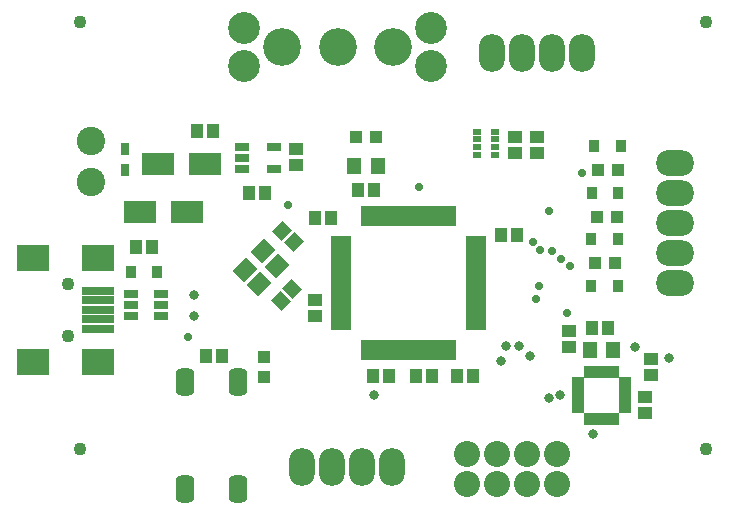
<source format=gts>
G04*
G04 #@! TF.GenerationSoftware,Altium Limited,Altium Designer,24.10.1 (45)*
G04*
G04 Layer_Color=8388736*
%FSLAX25Y25*%
%MOIN*%
G70*
G04*
G04 #@! TF.SameCoordinates,545B6B6C-97C6-4FAA-9EA4-23BCF6F6AA29*
G04*
G04*
G04 #@! TF.FilePolarity,Negative*
G04*
G01*
G75*
G04:AMPARAMS|DCode=38|XSize=63.12mil|YSize=90.68mil|CornerRadius=17.78mil|HoleSize=0mil|Usage=FLASHONLY|Rotation=0.000|XOffset=0mil|YOffset=0mil|HoleType=Round|Shape=RoundedRectangle|*
%AMROUNDEDRECTD38*
21,1,0.06312,0.05512,0,0,0.0*
21,1,0.02756,0.09068,0,0,0.0*
1,1,0.03556,0.01378,-0.02756*
1,1,0.03556,-0.01378,-0.02756*
1,1,0.03556,-0.01378,0.02756*
1,1,0.03556,0.01378,0.02756*
%
%ADD38ROUNDEDRECTD38*%
%ADD39R,0.10642X0.07493*%
%ADD40R,0.04737X0.04343*%
%ADD41R,0.03261X0.04068*%
%ADD42R,0.04343X0.04737*%
%ADD43R,0.04737X0.05524*%
%ADD44R,0.01981X0.06706*%
%ADD45R,0.06706X0.01981*%
%ADD46R,0.03950X0.04343*%
%ADD47R,0.02769X0.02178*%
%ADD48R,0.01902X0.03910*%
%ADD49R,0.03910X0.01902*%
%ADD50R,0.04343X0.03950*%
G04:AMPARAMS|DCode=51|XSize=47.37mil|YSize=43.43mil|CornerRadius=0mil|HoleSize=0mil|Usage=FLASHONLY|Rotation=45.000|XOffset=0mil|YOffset=0mil|HoleType=Round|Shape=Rectangle|*
%AMROTATEDRECTD51*
4,1,4,-0.00139,-0.03210,-0.03210,-0.00139,0.00139,0.03210,0.03210,0.00139,-0.00139,-0.03210,0.0*
%
%ADD51ROTATEDRECTD51*%

G04:AMPARAMS|DCode=52|XSize=55.24mil|YSize=63.12mil|CornerRadius=0mil|HoleSize=0mil|Usage=FLASHONLY|Rotation=315.000|XOffset=0mil|YOffset=0mil|HoleType=Round|Shape=Rectangle|*
%AMROTATEDRECTD52*
4,1,4,-0.04185,-0.00278,0.00278,0.04185,0.04185,0.00278,-0.00278,-0.04185,-0.04185,-0.00278,0.0*
%
%ADD52ROTATEDRECTD52*%

G04:AMPARAMS|DCode=53|XSize=47.37mil|YSize=43.43mil|CornerRadius=0mil|HoleSize=0mil|Usage=FLASHONLY|Rotation=135.000|XOffset=0mil|YOffset=0mil|HoleType=Round|Shape=Rectangle|*
%AMROTATEDRECTD53*
4,1,4,0.03210,-0.00139,0.00139,-0.03210,-0.03210,0.00139,-0.00139,0.03210,0.03210,-0.00139,0.0*
%
%ADD53ROTATEDRECTD53*%

%ADD54R,0.10642X0.02769*%
%ADD55R,0.10642X0.08674*%
%ADD56R,0.05118X0.02756*%
%ADD57R,0.04737X0.02965*%
%ADD58R,0.02769X0.03950*%
%ADD59O,0.08674X0.12611*%
%ADD60O,0.12611X0.08674*%
%ADD61C,0.08674*%
%ADD62C,0.12611*%
%ADD63C,0.10642*%
%ADD64C,0.04343*%
%ADD65C,0.04331*%
%ADD66C,0.09461*%
%ADD67C,0.03162*%
%ADD68C,0.02769*%
D38*
X80358Y9587D02*
D03*
X62642D02*
D03*
Y45413D02*
D03*
X80358D02*
D03*
D39*
X47500Y102000D02*
D03*
X63248D02*
D03*
X69374Y118000D02*
D03*
X53626D02*
D03*
D40*
X172500Y127157D02*
D03*
Y121843D02*
D03*
X190500Y62315D02*
D03*
Y57000D02*
D03*
X106000Y67343D02*
D03*
Y72658D02*
D03*
X180000Y127157D02*
D03*
Y121843D02*
D03*
X99500Y123158D02*
D03*
Y117842D02*
D03*
X216000Y35185D02*
D03*
Y40500D02*
D03*
X218000Y47842D02*
D03*
Y53158D02*
D03*
D41*
X53380Y82000D02*
D03*
X44620D02*
D03*
X199120Y124000D02*
D03*
X207880D02*
D03*
X198301Y108500D02*
D03*
X207061D02*
D03*
X198120Y93000D02*
D03*
X206880D02*
D03*
X198120Y77500D02*
D03*
X206880D02*
D03*
D42*
X51657Y90500D02*
D03*
X46343D02*
D03*
X130657Y47500D02*
D03*
X125343D02*
D03*
X111158Y100000D02*
D03*
X105842D02*
D03*
X167842Y94500D02*
D03*
X173158D02*
D03*
X120343Y109500D02*
D03*
X125657D02*
D03*
X139685Y47500D02*
D03*
X145000D02*
D03*
X158658D02*
D03*
X153342D02*
D03*
X75000Y54000D02*
D03*
X69685D02*
D03*
X72000Y129000D02*
D03*
X66685D02*
D03*
X203658Y63500D02*
D03*
X198343D02*
D03*
X89157Y108500D02*
D03*
X83842D02*
D03*
D43*
X119063Y117500D02*
D03*
X126937D02*
D03*
X205437Y56000D02*
D03*
X197563D02*
D03*
D44*
X122315Y100882D02*
D03*
X124284D02*
D03*
X126252D02*
D03*
X128220D02*
D03*
X130189D02*
D03*
X132158D02*
D03*
X134126D02*
D03*
X136094D02*
D03*
X138063D02*
D03*
X140032D02*
D03*
X142000D02*
D03*
X143968D02*
D03*
X145937D02*
D03*
X147906D02*
D03*
X149874D02*
D03*
X151842D02*
D03*
Y56000D02*
D03*
X149874D02*
D03*
X147906D02*
D03*
X145937D02*
D03*
X143968D02*
D03*
X142000D02*
D03*
X140032D02*
D03*
X138063D02*
D03*
X136094D02*
D03*
X134126D02*
D03*
X132158D02*
D03*
X130189D02*
D03*
X128220D02*
D03*
X126252D02*
D03*
X124284D02*
D03*
X122315D02*
D03*
D45*
X159520Y93205D02*
D03*
Y91236D02*
D03*
Y89268D02*
D03*
Y87299D02*
D03*
Y85331D02*
D03*
Y83362D02*
D03*
Y81394D02*
D03*
Y79425D02*
D03*
Y77457D02*
D03*
Y75488D02*
D03*
Y73520D02*
D03*
Y71551D02*
D03*
Y69583D02*
D03*
Y67614D02*
D03*
Y65646D02*
D03*
Y63677D02*
D03*
X114638D02*
D03*
Y65646D02*
D03*
Y67614D02*
D03*
Y69583D02*
D03*
Y71551D02*
D03*
Y73520D02*
D03*
Y75488D02*
D03*
Y77457D02*
D03*
Y79425D02*
D03*
Y81394D02*
D03*
Y83362D02*
D03*
Y85331D02*
D03*
Y87299D02*
D03*
Y89268D02*
D03*
Y91236D02*
D03*
Y93205D02*
D03*
D46*
X89000Y53847D02*
D03*
Y47153D02*
D03*
D47*
X159850Y123721D02*
D03*
X166150D02*
D03*
X159850Y126279D02*
D03*
X166150D02*
D03*
Y121161D02*
D03*
X159850D02*
D03*
Y128839D02*
D03*
X166150D02*
D03*
D48*
X196579Y33244D02*
D03*
X198547D02*
D03*
X200516D02*
D03*
X202484D02*
D03*
X204453D02*
D03*
X206421D02*
D03*
Y48756D02*
D03*
X204453D02*
D03*
X202484D02*
D03*
X200516D02*
D03*
X198547D02*
D03*
X196579D02*
D03*
D49*
X209256Y36079D02*
D03*
Y38047D02*
D03*
Y40016D02*
D03*
Y41984D02*
D03*
Y43953D02*
D03*
Y45921D02*
D03*
X193744D02*
D03*
Y43953D02*
D03*
Y41984D02*
D03*
Y40016D02*
D03*
Y38047D02*
D03*
Y36079D02*
D03*
D50*
X200335Y116000D02*
D03*
X207028D02*
D03*
X199835Y100500D02*
D03*
X206528D02*
D03*
X199335Y85000D02*
D03*
X206028D02*
D03*
X126347Y127000D02*
D03*
X119653D02*
D03*
D51*
X98879Y92121D02*
D03*
X95121Y95879D02*
D03*
D52*
X87304Y78071D02*
D03*
X82571Y82804D02*
D03*
X93429Y84196D02*
D03*
X88696Y88929D02*
D03*
D53*
X98258Y76258D02*
D03*
X94500Y72500D02*
D03*
D54*
X33756Y66350D02*
D03*
Y72650D02*
D03*
Y69500D02*
D03*
Y63201D02*
D03*
Y75799D02*
D03*
D55*
Y52177D02*
D03*
Y86823D02*
D03*
X12102Y52177D02*
D03*
Y86823D02*
D03*
D56*
X44618Y74740D02*
D03*
Y71000D02*
D03*
Y67260D02*
D03*
X54500Y74740D02*
D03*
Y71000D02*
D03*
Y67260D02*
D03*
D57*
X92315Y123740D02*
D03*
Y116260D02*
D03*
X81685D02*
D03*
Y120000D02*
D03*
Y123740D02*
D03*
D58*
X42500Y115957D02*
D03*
Y123043D02*
D03*
D59*
X121500Y17000D02*
D03*
X101500D02*
D03*
X131500D02*
D03*
X111500D02*
D03*
X175000Y155000D02*
D03*
X195000D02*
D03*
X165000D02*
D03*
X185000D02*
D03*
D60*
X226000Y88500D02*
D03*
Y108500D02*
D03*
Y78500D02*
D03*
Y118500D02*
D03*
Y98500D02*
D03*
D61*
X156500Y21500D02*
D03*
X166500D02*
D03*
X176500D02*
D03*
X186500D02*
D03*
Y11500D02*
D03*
X176500D02*
D03*
X166500D02*
D03*
X156500D02*
D03*
D62*
X94992Y157000D02*
D03*
X113496D02*
D03*
X132000D02*
D03*
D63*
X82394Y150701D02*
D03*
Y163299D02*
D03*
X144598Y150701D02*
D03*
Y163299D02*
D03*
D64*
X23520Y60839D02*
D03*
Y78161D02*
D03*
D65*
X236221Y23000D02*
D03*
X27559D02*
D03*
Y165354D02*
D03*
X236221D02*
D03*
D66*
X31386Y112110D02*
D03*
Y125890D02*
D03*
D67*
X224000Y53500D02*
D03*
X198500Y28000D02*
D03*
X125500Y41000D02*
D03*
X65500Y67500D02*
D03*
Y74500D02*
D03*
X169500Y57500D02*
D03*
X177500Y54000D02*
D03*
X174000Y57500D02*
D03*
X168000Y52500D02*
D03*
X184000Y40000D02*
D03*
X187500Y41000D02*
D03*
X212500Y57000D02*
D03*
D68*
X63500Y60500D02*
D03*
X97000Y104500D02*
D03*
X140500Y110500D02*
D03*
X184000Y102500D02*
D03*
X185000Y89000D02*
D03*
X195000Y115000D02*
D03*
X178500Y92000D02*
D03*
X191000Y84000D02*
D03*
X181000Y89500D02*
D03*
X188000Y86500D02*
D03*
X190000Y68500D02*
D03*
X179500Y73000D02*
D03*
X180500Y77500D02*
D03*
M02*

</source>
